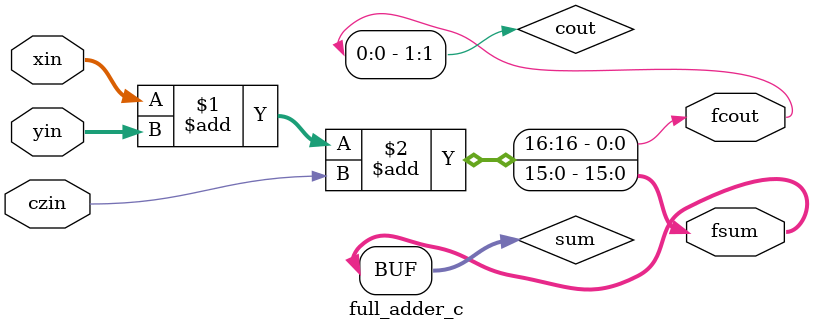
<source format=v>
module full_adder_c(input [15:0] xin, yin,
                    input czin,
                    output [15:0] fsum,
                    output fcout);

wire [15:0] sum;
wire [1:0] cout;
wire fcout = cout[1];
wire [15:0] fsum = {sum [15:8], sum [7:0]};

// ca4d
assign {fcout, fsum} = xin + yin + czin;

// full_adder_b fa_b_0(xin[7:0], yin[7:0], czin, sum[7:0], cout[0]);
// full_adder_b fa_b_1(xin[15:8], yin[15:8], cout[0], sum[15:8], cout[1]);

endmodule
</source>
